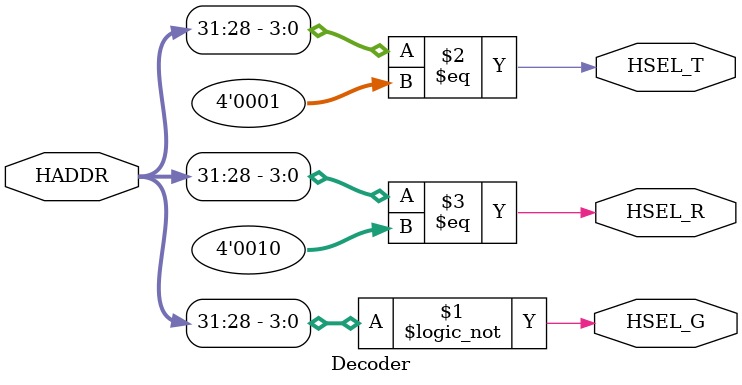
<source format=sv>
module Decoder(
    input [31:0]    HADDR,
    output          HSEL_G,
    output          HSEL_T,
    output          HSEL_R
);

// Address decode logic for slave selection
assign HSEL_G = (HADDR[31:28] == 4'b0000);  //(32'h0000_0000 -> 32'h0FFF_FFFF)
assign HSEL_T = (HADDR[31:28] == 4'b0001);  //(32'h1000_0000 -> 32'h1FFF_FFFF)
assign HSEL_R = (HADDR[31:28] == 4'b0010);  //(32'h2000_0000 -> 32'h2FFF_FFFF)

endmodule
</source>
